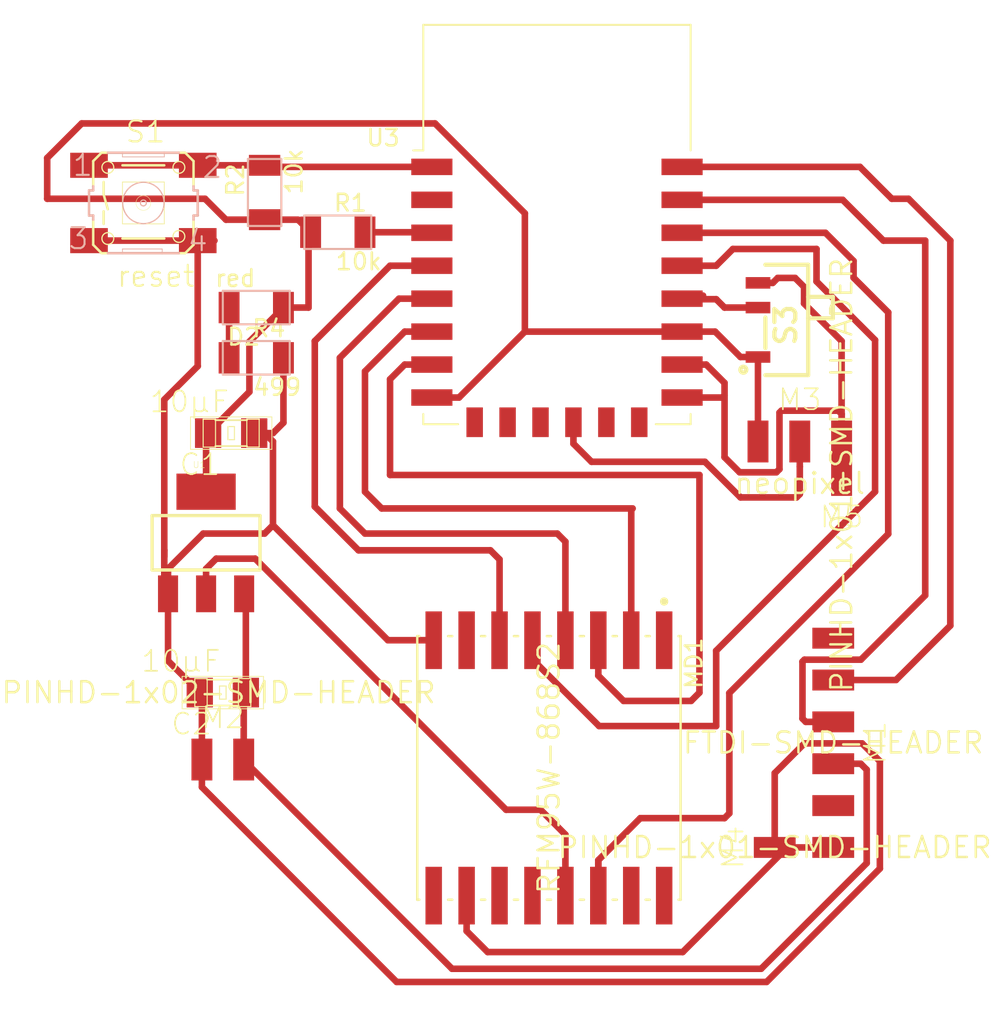
<source format=kicad_pcb>
(kicad_pcb (version 20171130) (host pcbnew "(5.1.9)-1")

  (general
    (thickness 1.6)
    (drawings 4)
    (tracks 205)
    (zones 0)
    (modules 16)
    (nets 31)
  )

  (page A4)
  (layers
    (0 F.Cu signal)
    (31 B.Cu signal hide)
    (32 B.Adhes user hide)
    (33 F.Adhes user hide)
    (34 B.Paste user)
    (35 F.Paste user hide)
    (36 B.SilkS user hide)
    (37 F.SilkS user)
    (38 B.Mask user)
    (39 F.Mask user)
    (40 Dwgs.User user)
    (41 Cmts.User user)
    (42 Eco1.User user)
    (43 Eco2.User user)
    (44 Edge.Cuts user)
    (45 Margin user)
    (46 B.CrtYd user)
    (47 F.CrtYd user)
    (48 B.Fab user)
    (49 F.Fab user)
  )

  (setup
    (last_trace_width 0.4)
    (trace_clearance 0.4)
    (zone_clearance 0.508)
    (zone_45_only no)
    (trace_min 0.4)
    (via_size 0.8)
    (via_drill 0.4)
    (via_min_size 0.4)
    (via_min_drill 0.3)
    (uvia_size 0.3)
    (uvia_drill 0.1)
    (uvias_allowed no)
    (uvia_min_size 0.2)
    (uvia_min_drill 0.1)
    (edge_width 0.05)
    (segment_width 0.2)
    (pcb_text_width 0.3)
    (pcb_text_size 1.5 1.5)
    (mod_edge_width 0.12)
    (mod_text_size 1 1)
    (mod_text_width 0.15)
    (pad_size 1.524 1.524)
    (pad_drill 0.762)
    (pad_to_mask_clearance 0)
    (aux_axis_origin 0 0)
    (visible_elements 7FFFFFFF)
    (pcbplotparams
      (layerselection 0x010fc_ffffffff)
      (usegerberextensions false)
      (usegerberattributes true)
      (usegerberadvancedattributes true)
      (creategerberjobfile true)
      (excludeedgelayer true)
      (linewidth 0.400000)
      (plotframeref false)
      (viasonmask false)
      (mode 1)
      (useauxorigin false)
      (hpglpennumber 1)
      (hpglpenspeed 20)
      (hpglpendiameter 15.000000)
      (psnegative false)
      (psa4output false)
      (plotreference true)
      (plotvalue true)
      (plotinvisibletext false)
      (padsonsilk false)
      (subtractmaskfromsilk false)
      (outputformat 1)
      (mirror false)
      (drillshape 1)
      (scaleselection 1)
      (outputdirectory ""))
  )

  (net 0 "")
  (net 1 "Net-(U3-Pad11)")
  (net 2 "Net-(U3-Pad10)")
  (net 3 "Net-(U3-Pad9)")
  (net 4 3.3V)
  (net 5 gnd)
  (net 6 5V)
  (net 7 "Net-(D2-Pad2)")
  (net 8 "Net-(M1-Pad6)")
  (net 9 TX-gp1)
  (net 10 RX-gp3)
  (net 11 "Net-(M1-Pad2)")
  (net 12 "Net-(R1-Pad2)")
  (net 13 reset)
  (net 14 gp0)
  (net 15 nss)
  (net 16 dio0)
  (net 17 sck)
  (net 18 mosi)
  (net 19 miso)
  (net 20 rst)
  (net 21 "Net-(MD1-Pad16)")
  (net 22 "Net-(MD1-Pad15)")
  (net 23 "Net-(MD1-Pad12)")
  (net 24 "Net-(MD1-Pad11)")
  (net 25 ant)
  (net 26 "Net-(MD1-Pad7)")
  (net 27 "Net-(U3-Pad2)")
  (net 28 "Net-(U3-Pad14)")
  (net 29 "Net-(U3-Pad13)")
  (net 30 gp10)

  (net_class Default "This is the default net class."
    (clearance 0.4)
    (trace_width 0.4)
    (via_dia 0.8)
    (via_drill 0.4)
    (uvia_dia 0.3)
    (uvia_drill 0.1)
    (add_net 3.3V)
    (add_net 5V)
    (add_net "Net-(D2-Pad2)")
    (add_net "Net-(M1-Pad2)")
    (add_net "Net-(M1-Pad6)")
    (add_net "Net-(MD1-Pad11)")
    (add_net "Net-(MD1-Pad12)")
    (add_net "Net-(MD1-Pad15)")
    (add_net "Net-(MD1-Pad16)")
    (add_net "Net-(MD1-Pad7)")
    (add_net "Net-(R1-Pad2)")
    (add_net "Net-(U3-Pad10)")
    (add_net "Net-(U3-Pad11)")
    (add_net "Net-(U3-Pad13)")
    (add_net "Net-(U3-Pad14)")
    (add_net "Net-(U3-Pad2)")
    (add_net "Net-(U3-Pad9)")
    (add_net RX-gp3)
    (add_net TX-gp1)
    (add_net ant)
    (add_net dio0)
    (add_net gnd)
    (add_net gp0)
    (add_net gp10)
    (add_net miso)
    (add_net mosi)
    (add_net nss)
    (add_net reset)
    (add_net rst)
    (add_net sck)
  )

  (module SamacSys_Parts:SSSS810701 (layer F.Cu) (tedit 0) (tstamp 6075005A)
    (at 107.696 76.2 90)
    (descr SSSS810701)
    (tags Switch)
    (path /6079CAFD)
    (fp_text reference S3 (at -1.05567 1.691 90) (layer F.SilkS)
      (effects (font (size 1.27 1.27) (thickness 0.254)))
    )
    (fp_text value slideswitch (at -1.05567 1.691 90) (layer F.SilkS) hide
      (effects (font (size 1.27 1.27) (thickness 0.254)))
    )
    (fp_circle (center -3.77033 -0.88867) (end -3.77033 -0.83467) (layer F.SilkS) (width 0.254))
    (fp_line (start -2.45367 0.45) (end -0.60467 0.45) (layer F.SilkS) (width 0.254))
    (fp_line (start 0.65 4.55) (end 0.65 3.05) (layer F.SilkS) (width 0.254))
    (fp_line (start -0.65 4.55) (end 0.65 4.55) (layer F.SilkS) (width 0.254))
    (fp_line (start -0.65 3.05) (end -0.65 4.55) (layer F.SilkS) (width 0.254))
    (fp_line (start -4.1 3.05) (end -4.1 0.45) (layer F.SilkS) (width 0.254))
    (fp_line (start 2.6 3.05) (end -4.1 3.05) (layer F.SilkS) (width 0.254))
    (fp_line (start 2.6 0.45) (end 2.6 3.05) (layer F.SilkS) (width 0.254))
    (fp_line (start 0.65 4.55) (end 0.65 3.05) (layer F.Fab) (width 0.254))
    (fp_line (start -0.65 4.55) (end 0.65 4.55) (layer F.Fab) (width 0.254))
    (fp_line (start -0.65 3.05) (end -0.65 4.55) (layer F.Fab) (width 0.254))
    (fp_line (start -4.1 3.05) (end -4.1 0.45) (layer F.Fab) (width 0.254))
    (fp_line (start 2.6 3.05) (end -4.1 3.05) (layer F.Fab) (width 0.254))
    (fp_line (start 2.6 0.45) (end 2.6 3.05) (layer F.Fab) (width 0.254))
    (fp_line (start -4.1 0.45) (end 2.6 0.45) (layer F.Fab) (width 0.254))
    (fp_text user %R (at -1.05567 1.691 90) (layer F.Fab)
      (effects (font (size 1.27 1.27) (thickness 0.254)))
    )
    (pad 5 np_thru_hole circle (at 0.75 1.75 90) (size 0.9 0) (drill 0.9) (layers *.Cu *.Mask))
    (pad 4 np_thru_hole circle (at -2.25 1.75 90) (size 0.9 0) (drill 0.9) (layers *.Cu *.Mask))
    (pad 3 smd rect (at 1.5 0 90) (size 0.7 1.5) (layers F.Cu F.Paste F.Mask)
      (net 5 gnd))
    (pad 2 smd rect (at 0 0 90) (size 0.7 1.5) (layers F.Cu F.Paste F.Mask)
      (net 14 gp0))
    (pad 1 smd rect (at -3 0 90) (size 0.7 1.5) (layers F.Cu F.Paste F.Mask)
      (net 4 3.3V))
  )

  (module fab:fab-1X01SMD (layer F.Cu) (tedit 5E6F664C) (tstamp 60AB72EC)
    (at 112.776 86.36 90)
    (path /60B0B5FD)
    (attr smd)
    (fp_text reference M5 (at -2.54 0) (layer F.SilkS)
      (effects (font (size 1.27 1.27) (thickness 0.1016)))
    )
    (fp_text value PINHD-1x01-SMD-HEADER (at 0 0 90) (layer F.SilkS)
      (effects (font (size 1.27 1.27) (thickness 0.15)))
    )
    (pad 1 smd rect (at 0 0 90) (size 2.54 1.27) (layers F.Cu F.Paste F.Mask)
      (net 5 gnd))
  )

  (module fab:fab-1X01SMD (layer F.Cu) (tedit 5E6F664C) (tstamp 60AB72E7)
    (at 108.712 108.966)
    (path /60B0DDE5)
    (attr smd)
    (fp_text reference M4 (at -2.54 0 90) (layer F.SilkS)
      (effects (font (size 1.27 1.27) (thickness 0.1016)))
    )
    (fp_text value PINHD-1x01-SMD-HEADER (at 0 0) (layer F.SilkS)
      (effects (font (size 1.27 1.27) (thickness 0.15)))
    )
    (pad 1 smd rect (at 0 0) (size 2.54 1.27) (layers F.Cu F.Paste F.Mask)
      (net 5 gnd))
  )

  (module fab:fab-1X03SMD (layer F.Cu) (tedit 5E6F668D) (tstamp 60AB68DB)
    (at 110.236 84.328 270)
    (path /60B02B31)
    (attr smd)
    (fp_text reference M3 (at -2.54 0) (layer F.SilkS)
      (effects (font (size 1.27 1.27) (thickness 0.1016)))
    )
    (fp_text value neopixel (at 2.54 0 180) (layer F.SilkS)
      (effects (font (size 1.27 1.27) (thickness 0.15)))
    )
    (pad 3 smd rect (at 0 2.54 270) (size 2.54 1.27) (layers F.Cu F.Paste F.Mask)
      (net 4 3.3V))
    (pad 2 smd rect (at 0 0 270) (size 2.54 1.27) (layers F.Cu F.Paste F.Mask)
      (net 30 gp10))
    (pad 1 smd rect (at 0 -2.54 270) (size 2.54 1.27) (layers F.Cu F.Paste F.Mask)
      (net 5 gnd))
  )

  (module eec:RF_Solutions-RFM95W-868S2-MFG (layer F.Cu) (tedit 5EF22161) (tstamp 60A9C0E0)
    (at 94.996 104.14 270)
    (path /60A97596)
    (fp_text reference MD1 (at -8 -8.8 90) (layer F.SilkS)
      (effects (font (size 1 1) (thickness 0.15)) (justify right))
    )
    (fp_text value RFM95W-868S2 (at 0 0 90) (layer F.SilkS)
      (effects (font (size 1.27 1.27) (thickness 0.15)))
    )
    (fp_line (start -8 8) (end -8 -8) (layer F.Fab) (width 0.15))
    (fp_line (start -8 -8) (end 8 -8) (layer F.Fab) (width 0.15))
    (fp_line (start 8 -8) (end 8 8) (layer F.Fab) (width 0.15))
    (fp_line (start 8 8) (end -8 8) (layer F.Fab) (width 0.15))
    (fp_line (start 9.525 -8.025) (end 9.525 -8.025) (layer F.CrtYd) (width 0.15))
    (fp_line (start 9.525 -8.025) (end -9.525 -8.025) (layer F.CrtYd) (width 0.15))
    (fp_line (start -9.525 -8.025) (end -9.525 8.025) (layer F.CrtYd) (width 0.15))
    (fp_line (start -9.525 8.025) (end 9.525 8.025) (layer F.CrtYd) (width 0.15))
    (fp_line (start 9.525 8.025) (end 9.525 -8.025) (layer F.CrtYd) (width 0.15))
    (fp_line (start -8 -8) (end 8 -8) (layer F.SilkS) (width 0.15))
    (fp_line (start 8 8) (end 8 7.875) (layer F.SilkS) (width 0.15))
    (fp_line (start 8 6.125) (end 8 5.875) (layer F.SilkS) (width 0.15))
    (fp_line (start 8 4.125) (end 8 3.875) (layer F.SilkS) (width 0.15))
    (fp_line (start 8 2.125) (end 8 1.875) (layer F.SilkS) (width 0.15))
    (fp_line (start 8 0.125) (end 8 -0.125) (layer F.SilkS) (width 0.15))
    (fp_line (start 8 -1.875) (end 8 -2.125) (layer F.SilkS) (width 0.15))
    (fp_line (start 8 -3.875) (end 8 -4.125) (layer F.SilkS) (width 0.15))
    (fp_line (start 8 -5.875) (end 8 -6.125) (layer F.SilkS) (width 0.15))
    (fp_line (start 8 -7.875) (end 8 -8) (layer F.SilkS) (width 0.15))
    (fp_line (start -8 8) (end 8 8) (layer F.SilkS) (width 0.15))
    (fp_line (start -8 8) (end -8 7.875) (layer F.SilkS) (width 0.15))
    (fp_line (start -8 6.125) (end -8 5.875) (layer F.SilkS) (width 0.15))
    (fp_line (start -8 4.125) (end -8 3.875) (layer F.SilkS) (width 0.15))
    (fp_line (start -8 2.125) (end -8 1.875) (layer F.SilkS) (width 0.15))
    (fp_line (start -8 0.125) (end -8 -0.125) (layer F.SilkS) (width 0.15))
    (fp_line (start -8 -1.875) (end -8 -2.125) (layer F.SilkS) (width 0.15))
    (fp_line (start -8 -3.875) (end -8 -4.125) (layer F.SilkS) (width 0.15))
    (fp_line (start -8 -5.875) (end -8 -6.125) (layer F.SilkS) (width 0.15))
    (fp_line (start -8 -7.875) (end -8 -8) (layer F.SilkS) (width 0.15))
    (fp_circle (center -10.1 -7) (end -9.975 -7) (layer F.SilkS) (width 0.25))
    (pad 16 smd rect (at 7.75 -7 270) (size 3.5 1) (layers F.Cu F.Paste F.Mask)
      (net 21 "Net-(MD1-Pad16)"))
    (pad 15 smd rect (at 7.75 -5 270) (size 3.5 1) (layers F.Cu F.Paste F.Mask)
      (net 22 "Net-(MD1-Pad15)"))
    (pad 14 smd rect (at 7.75 -3 270) (size 3.5 1) (layers F.Cu F.Paste F.Mask)
      (net 16 dio0))
    (pad 13 smd rect (at 7.75 -1 270) (size 3.5 1) (layers F.Cu F.Paste F.Mask)
      (net 4 3.3V))
    (pad 12 smd rect (at 7.75 1 270) (size 3.5 1) (layers F.Cu F.Paste F.Mask)
      (net 23 "Net-(MD1-Pad12)"))
    (pad 11 smd rect (at 7.75 3 270) (size 3.5 1) (layers F.Cu F.Paste F.Mask)
      (net 24 "Net-(MD1-Pad11)"))
    (pad 10 smd rect (at 7.75 5 270) (size 3.5 1) (layers F.Cu F.Paste F.Mask)
      (net 5 gnd))
    (pad 9 smd rect (at 7.75 7 270) (size 3.5 1) (layers F.Cu F.Paste F.Mask)
      (net 25 ant))
    (pad 8 smd rect (at -7.75 7 270) (size 3.5 1) (layers F.Cu F.Paste F.Mask)
      (net 5 gnd))
    (pad 7 smd rect (at -7.75 5 270) (size 3.5 1) (layers F.Cu F.Paste F.Mask)
      (net 26 "Net-(MD1-Pad7)"))
    (pad 6 smd rect (at -7.75 3 270) (size 3.5 1) (layers F.Cu F.Paste F.Mask)
      (net 20 rst))
    (pad 5 smd rect (at -7.75 1 270) (size 3.5 1) (layers F.Cu F.Paste F.Mask)
      (net 15 nss))
    (pad 4 smd rect (at -7.75 -1 270) (size 3.5 1) (layers F.Cu F.Paste F.Mask)
      (net 17 sck))
    (pad 3 smd rect (at -7.75 -3 270) (size 3.5 1) (layers F.Cu F.Paste F.Mask)
      (net 18 mosi))
    (pad 2 smd rect (at -7.75 -5 270) (size 3.5 1) (layers F.Cu F.Paste F.Mask)
      (net 19 miso))
    (pad 1 smd rect (at -7.75 -7 270) (size 3.5 1) (layers F.Cu F.Paste F.Mask)
      (net 5 gnd))
    (model eec.models/RF_Solutions_-_RFM95W-868S2.step
      (at (xyz 0 0 0))
      (scale (xyz 1 1 1))
      (rotate (xyz 0 0 0))
    )
  )

  (module fab:fab-1X02SMD (layer F.Cu) (tedit 5E6F6664) (tstamp 60A9B6E1)
    (at 75.184 103.632 270)
    (path /60AAD27C)
    (attr smd)
    (fp_text reference M2 (at -2.54 0) (layer F.SilkS)
      (effects (font (size 1.27 1.27) (thickness 0.1016)))
    )
    (fp_text value PINHD-1x02-SMD-HEADER (at -4.064 0.254) (layer F.SilkS)
      (effects (font (size 1.27 1.27) (thickness 0.15)))
    )
    (pad 2 smd rect (at 0 1.27 270) (size 2.54 1.27) (layers F.Cu F.Paste F.Mask)
      (net 5 gnd))
    (pad 1 smd rect (at 0 -1.27 270) (size 2.54 1.27) (layers F.Cu F.Paste F.Mask)
      (net 6 5V))
  )

  (module fab:fab-R1206FAB (layer F.Cu) (tedit 200000) (tstamp 606E22F7)
    (at 77.216 79.248)
    (path /6046EA3E)
    (attr smd)
    (fp_text reference R4 (at 0.762 -1.778) (layer F.SilkS)
      (effects (font (size 1.016 1.016) (thickness 0.1524)))
    )
    (fp_text value 499 (at 1.27 1.778) (layer F.SilkS)
      (effects (font (size 1.016 1.016) (thickness 0.1524)))
    )
    (fp_line (start -2.032 -1.016) (end 2.032 -1.016) (layer B.SilkS) (width 0.127))
    (fp_line (start 2.032 -1.016) (end 2.032 1.016) (layer B.SilkS) (width 0.127))
    (fp_line (start 2.032 1.016) (end -2.032 1.016) (layer B.SilkS) (width 0.127))
    (fp_line (start -2.032 1.016) (end -2.032 -1.016) (layer B.SilkS) (width 0.127))
    (pad 2 smd rect (at 1.651 0) (size 1.27 1.905) (layers F.Cu F.Paste F.Mask)
      (net 5 gnd))
    (pad 1 smd rect (at -1.651 0) (size 1.27 1.905) (layers F.Cu F.Paste F.Mask)
      (net 7 "Net-(D2-Pad2)"))
  )

  (module fab:fab-R1206FAB (layer F.Cu) (tedit 200000) (tstamp 606E22D9)
    (at 82.169 71.628)
    (path /607032A0)
    (attr smd)
    (fp_text reference R1 (at 0.762 -1.778) (layer F.SilkS)
      (effects (font (size 1.016 1.016) (thickness 0.1524)))
    )
    (fp_text value 10k (at 1.27 1.778) (layer F.SilkS)
      (effects (font (size 1.016 1.016) (thickness 0.1524)))
    )
    (fp_line (start -2.032 -1.016) (end 2.032 -1.016) (layer B.SilkS) (width 0.127))
    (fp_line (start 2.032 -1.016) (end 2.032 1.016) (layer B.SilkS) (width 0.127))
    (fp_line (start 2.032 1.016) (end -2.032 1.016) (layer B.SilkS) (width 0.127))
    (fp_line (start -2.032 1.016) (end -2.032 -1.016) (layer B.SilkS) (width 0.127))
    (pad 2 smd rect (at 1.651 0) (size 1.27 1.905) (layers F.Cu F.Paste F.Mask)
      (net 12 "Net-(R1-Pad2)"))
    (pad 1 smd rect (at -1.651 0) (size 1.27 1.905) (layers F.Cu F.Paste F.Mask)
      (net 4 3.3V))
  )

  (module fab:fab-LED1206FAB (layer F.Cu) (tedit 200000) (tstamp 606E22B4)
    (at 77.216 76.2 180)
    (descr "LED1206 FAB STYLE (SMALLER PADS TO ALLOW TRACE BETWEEN)")
    (tags "LED1206 FAB STYLE (SMALLER PADS TO ALLOW TRACE BETWEEN)")
    (path /6046D41C)
    (attr smd)
    (fp_text reference D2 (at 0.762 -1.778) (layer F.SilkS)
      (effects (font (size 1.016 1.016) (thickness 0.1524)))
    )
    (fp_text value red (at 1.27 1.778) (layer F.SilkS)
      (effects (font (size 1.016 1.016) (thickness 0.1524)))
    )
    (fp_line (start -2.032 -1.016) (end 2.032 -1.016) (layer B.SilkS) (width 0.127))
    (fp_line (start 2.032 -1.016) (end 2.032 1.016) (layer B.SilkS) (width 0.127))
    (fp_line (start 2.032 1.016) (end -2.032 1.016) (layer B.SilkS) (width 0.127))
    (fp_line (start -2.032 1.016) (end -2.032 -1.016) (layer B.SilkS) (width 0.127))
    (pad 2 smd rect (at 1.651 0 180) (size 1.27 1.905) (layers F.Cu F.Paste F.Mask)
      (net 7 "Net-(D2-Pad2)"))
    (pad 1 smd rect (at -1.651 0 180) (size 1.27 1.905) (layers F.Cu F.Paste F.Mask)
      (net 4 3.3V))
  )

  (module fab:fab-6MM_SWITCH (layer F.Cu) (tedit 200000) (tstamp 606E233F)
    (at 70.358 69.85)
    (descr "OMRON SWITCH")
    (tags "OMRON SWITCH")
    (path /604624CF)
    (attr smd)
    (fp_text reference S1 (at 0.127 -4.318) (layer F.SilkS)
      (effects (font (size 1.27 1.27) (thickness 0.127)))
    )
    (fp_text value reset (at 0.762 4.445) (layer F.SilkS)
      (effects (font (size 1.27 1.27) (thickness 0.127)))
    )
    (fp_line (start 3.302 0.762) (end 3.048 0.762) (layer B.SilkS) (width 0.1524))
    (fp_line (start 3.302 0.762) (end 3.302 -0.762) (layer B.SilkS) (width 0.1524))
    (fp_line (start 3.048 -0.762) (end 3.302 -0.762) (layer B.SilkS) (width 0.1524))
    (fp_line (start 3.048 -1.016) (end 3.048 -2.54) (layer F.SilkS) (width 0.1524))
    (fp_line (start -3.302 -0.762) (end -3.048 -0.762) (layer B.SilkS) (width 0.1524))
    (fp_line (start -3.302 -0.762) (end -3.302 0.762) (layer B.SilkS) (width 0.1524))
    (fp_line (start -3.048 0.762) (end -3.302 0.762) (layer B.SilkS) (width 0.1524))
    (fp_line (start 3.048 -2.54) (end 2.54 -3.048) (layer F.SilkS) (width 0.1524))
    (fp_line (start 2.54 3.048) (end 3.048 2.54) (layer F.SilkS) (width 0.1524))
    (fp_line (start 3.048 2.54) (end 3.048 1.016) (layer F.SilkS) (width 0.1524))
    (fp_line (start -2.54 -3.048) (end -3.048 -2.54) (layer F.SilkS) (width 0.1524))
    (fp_line (start -3.048 -2.54) (end -3.048 -1.016) (layer F.SilkS) (width 0.1524))
    (fp_line (start -2.54 3.048) (end -3.048 2.54) (layer F.SilkS) (width 0.1524))
    (fp_line (start -3.048 2.54) (end -3.048 1.016) (layer F.SilkS) (width 0.1524))
    (fp_line (start -1.27 -1.27) (end -1.27 1.27) (layer F.SilkS) (width 0.0508))
    (fp_line (start 1.27 1.27) (end -1.27 1.27) (layer F.SilkS) (width 0.0508))
    (fp_line (start 1.27 1.27) (end 1.27 -1.27) (layer F.SilkS) (width 0.0508))
    (fp_line (start -1.27 -1.27) (end 1.27 -1.27) (layer F.SilkS) (width 0.0508))
    (fp_line (start -1.27 -3.048) (end -1.27 -2.794) (layer B.SilkS) (width 0.0508))
    (fp_line (start 1.27 -2.794) (end -1.27 -2.794) (layer B.SilkS) (width 0.0508))
    (fp_line (start 1.27 -2.794) (end 1.27 -3.048) (layer B.SilkS) (width 0.0508))
    (fp_line (start 1.143 2.794) (end -1.27 2.794) (layer B.SilkS) (width 0.0508))
    (fp_line (start 1.143 2.794) (end 1.143 3.048) (layer B.SilkS) (width 0.0508))
    (fp_line (start -1.27 2.794) (end -1.27 3.048) (layer B.SilkS) (width 0.0508))
    (fp_line (start 2.54 3.048) (end 2.159 3.048) (layer F.SilkS) (width 0.1524))
    (fp_line (start -2.54 3.048) (end -2.159 3.048) (layer F.SilkS) (width 0.1524))
    (fp_line (start -2.159 3.048) (end -1.27 3.048) (layer B.SilkS) (width 0.1524))
    (fp_line (start -2.54 -3.048) (end -2.159 -3.048) (layer F.SilkS) (width 0.1524))
    (fp_line (start 2.54 -3.048) (end 2.159 -3.048) (layer F.SilkS) (width 0.1524))
    (fp_line (start 2.159 -3.048) (end 1.27 -3.048) (layer B.SilkS) (width 0.1524))
    (fp_line (start 1.27 -3.048) (end -1.27 -3.048) (layer B.SilkS) (width 0.1524))
    (fp_line (start -1.27 -3.048) (end -2.159 -3.048) (layer B.SilkS) (width 0.1524))
    (fp_line (start -1.27 3.048) (end 1.143 3.048) (layer B.SilkS) (width 0.1524))
    (fp_line (start 1.143 3.048) (end 2.159 3.048) (layer B.SilkS) (width 0.1524))
    (fp_line (start 3.048 0.762) (end 3.048 1.016) (layer B.SilkS) (width 0.1524))
    (fp_line (start 3.048 -0.762) (end 3.048 -1.016) (layer B.SilkS) (width 0.1524))
    (fp_line (start -3.048 0.762) (end -3.048 1.016) (layer B.SilkS) (width 0.1524))
    (fp_line (start -3.048 -0.762) (end -3.048 -1.016) (layer B.SilkS) (width 0.1524))
    (fp_line (start -1.27 2.159) (end 1.27 2.159) (layer F.SilkS) (width 0.1524))
    (fp_line (start 1.27 -2.286) (end -1.27 -2.286) (layer F.SilkS) (width 0.1524))
    (fp_line (start -2.413 -1.27) (end -2.413 -0.508) (layer F.SilkS) (width 0.1524))
    (fp_line (start -2.413 0.508) (end -2.413 1.27) (layer F.SilkS) (width 0.1524))
    (fp_line (start -2.413 -0.508) (end -2.159 0.381) (layer F.SilkS) (width 0.1524))
    (fp_circle (center 0 0) (end -0.889 0.889) (layer B.SilkS) (width 0.0762))
    (fp_circle (center -2.159 2.159) (end -2.413 2.413) (layer F.SilkS) (width 0.0762))
    (fp_circle (center 2.159 2.032) (end 2.413 2.286) (layer F.SilkS) (width 0.0762))
    (fp_circle (center 2.159 -2.159) (end 2.413 -2.413) (layer F.SilkS) (width 0.0762))
    (fp_circle (center -2.159 -2.159) (end -2.413 -2.413) (layer F.SilkS) (width 0.0762))
    (fp_circle (center 0 0) (end -0.3175 0.3175) (layer F.SilkS) (width 0.0254))
    (fp_circle (center 0 0) (end -0.127 0.127) (layer B.SilkS) (width 0.0762))
    (fp_text user 4 (at 3.302 2.286) (layer B.SilkS)
      (effects (font (size 1.27 1.27) (thickness 0.127)))
    )
    (fp_text user 3 (at -3.937 2.159) (layer B.SilkS)
      (effects (font (size 1.27 1.27) (thickness 0.127)))
    )
    (fp_text user 2 (at 4.191 -2.159) (layer B.SilkS)
      (effects (font (size 1.27 1.27) (thickness 0.127)))
    )
    (fp_text user 1 (at -3.683 -2.286) (layer B.SilkS)
      (effects (font (size 1.27 1.27) (thickness 0.127)))
    )
    (pad 4 smd rect (at 3.302 2.286) (size 2.286 1.524) (layers F.Cu F.Paste F.Mask)
      (net 5 gnd))
    (pad 3 smd rect (at -3.302 2.286) (size 2.286 1.524) (layers F.Cu F.Paste F.Mask)
      (net 5 gnd))
    (pad 2 smd rect (at 3.302 -2.286) (size 2.286 1.524) (layers F.Cu F.Paste F.Mask)
      (net 13 reset))
    (pad 1 smd rect (at -3.302 -2.286) (size 2.286 1.524) (layers F.Cu F.Paste F.Mask)
      (net 13 reset))
  )

  (module fab:fab-C1206 (layer F.Cu) (tedit 200000) (tstamp 606E22A0)
    (at 75.184 99.568 180)
    (descr CAPACITOR)
    (tags CAPACITOR)
    (path /60467AFB)
    (attr smd)
    (fp_text reference C2 (at 1.905 -1.905) (layer F.SilkS)
      (effects (font (size 1.27 1.27) (thickness 0.1016)))
    )
    (fp_text value 10µF (at 2.54 1.905) (layer F.SilkS)
      (effects (font (size 1.27 1.27) (thickness 0.1016)))
    )
    (fp_line (start -1.7018 0.8509) (end -0.94996 0.8509) (layer F.SilkS) (width 0.06604))
    (fp_line (start -0.94996 0.8509) (end -0.94996 -0.84836) (layer F.SilkS) (width 0.06604))
    (fp_line (start -1.7018 -0.84836) (end -0.94996 -0.84836) (layer F.SilkS) (width 0.06604))
    (fp_line (start -1.7018 0.8509) (end -1.7018 -0.84836) (layer F.SilkS) (width 0.06604))
    (fp_line (start 0.94996 0.84836) (end 1.7018 0.84836) (layer F.SilkS) (width 0.06604))
    (fp_line (start 1.7018 0.84836) (end 1.7018 -0.8509) (layer F.SilkS) (width 0.06604))
    (fp_line (start 0.94996 -0.8509) (end 1.7018 -0.8509) (layer F.SilkS) (width 0.06604))
    (fp_line (start 0.94996 0.84836) (end 0.94996 -0.8509) (layer F.SilkS) (width 0.06604))
    (fp_line (start -0.19812 0.39878) (end 0.19812 0.39878) (layer F.SilkS) (width 0.06604))
    (fp_line (start 0.19812 0.39878) (end 0.19812 -0.39878) (layer F.SilkS) (width 0.06604))
    (fp_line (start -0.19812 -0.39878) (end 0.19812 -0.39878) (layer F.SilkS) (width 0.06604))
    (fp_line (start -0.19812 0.39878) (end -0.19812 -0.39878) (layer F.SilkS) (width 0.06604))
    (fp_line (start -2.47142 -0.98298) (end 2.47142 -0.98298) (layer F.SilkS) (width 0.0508))
    (fp_line (start 2.47142 0.98298) (end -2.47142 0.98298) (layer F.SilkS) (width 0.0508))
    (fp_line (start -2.47142 0.98298) (end -2.47142 -0.98298) (layer F.SilkS) (width 0.0508))
    (fp_line (start 2.47142 -0.98298) (end 2.47142 0.98298) (layer F.SilkS) (width 0.0508))
    (fp_line (start -0.96266 -0.78486) (end 0.96266 -0.78486) (layer F.SilkS) (width 0.1016))
    (fp_line (start -0.96266 0.78486) (end 0.96266 0.78486) (layer F.SilkS) (width 0.1016))
    (pad 2 smd rect (at 1.39954 0 180) (size 1.59766 1.79832) (layers F.Cu F.Paste F.Mask)
      (net 5 gnd))
    (pad 1 smd rect (at -1.39954 0 180) (size 1.59766 1.79832) (layers F.Cu F.Paste F.Mask)
      (net 6 5V))
  )

  (module fab:fab-SOT223 (layer F.Cu) (tedit 5E6F6C42) (tstamp 606E23A7)
    (at 74.168 90.475)
    (descr <b>SOT-223</b>)
    (path /60461F6F)
    (fp_text reference U1 (at -0.8255 -4.5085) (layer F.SilkS)
      (effects (font (size 0.38608 0.38608) (thickness 0.030886)) (justify left bottom))
    )
    (fp_text value "3.3V reg" (at -1.0795 0.1905) (layer F.Fab)
      (effects (font (size 0.38608 0.38608) (thickness 0.030886)) (justify left bottom))
    )
    (fp_line (start 3.2766 -1.651) (end 3.2766 1.651) (layer F.SilkS) (width 0.2032))
    (fp_line (start 3.2766 1.651) (end -3.2766 1.651) (layer F.SilkS) (width 0.2032))
    (fp_line (start -3.2766 1.651) (end -3.2766 -1.651) (layer F.SilkS) (width 0.2032))
    (fp_line (start -3.2766 -1.651) (end 3.2766 -1.651) (layer F.SilkS) (width 0.2032))
    (fp_poly (pts (xy -1.6002 -1.8034) (xy 1.6002 -1.8034) (xy 1.6002 -3.6576) (xy -1.6002 -3.6576)) (layer F.Fab) (width 0))
    (fp_poly (pts (xy -0.4318 3.6576) (xy 0.4318 3.6576) (xy 0.4318 1.8034) (xy -0.4318 1.8034)) (layer F.Fab) (width 0))
    (fp_poly (pts (xy -2.7432 3.6576) (xy -1.8796 3.6576) (xy -1.8796 1.8034) (xy -2.7432 1.8034)) (layer F.Fab) (width 0))
    (fp_poly (pts (xy 1.8796 3.6576) (xy 2.7432 3.6576) (xy 2.7432 1.8034) (xy 1.8796 1.8034)) (layer F.Fab) (width 0))
    (fp_poly (pts (xy -1.6002 -1.8034) (xy 1.6002 -1.8034) (xy 1.6002 -3.6576) (xy -1.6002 -3.6576)) (layer F.Fab) (width 0))
    (fp_poly (pts (xy -0.4318 3.6576) (xy 0.4318 3.6576) (xy 0.4318 1.8034) (xy -0.4318 1.8034)) (layer F.Fab) (width 0))
    (fp_poly (pts (xy -2.7432 3.6576) (xy -1.8796 3.6576) (xy -1.8796 1.8034) (xy -2.7432 1.8034)) (layer F.Fab) (width 0))
    (fp_poly (pts (xy 1.8796 3.6576) (xy 2.7432 3.6576) (xy 2.7432 1.8034) (xy 1.8796 1.8034)) (layer F.Fab) (width 0))
    (pad 2 smd rect (at 0 -3.099) (size 3.6 2.2) (layers F.Cu F.Paste F.Mask)
      (net 4 3.3V) (solder_mask_margin 0.1016))
    (pad 3 smd rect (at 2.3114 3.0988) (size 1.2192 2.2352) (layers F.Cu F.Paste F.Mask)
      (net 6 5V) (solder_mask_margin 0.1016))
    (pad 2 smd rect (at 0 3.0988) (size 1.2192 2.2352) (layers F.Cu F.Paste F.Mask)
      (net 4 3.3V) (solder_mask_margin 0.1016))
    (pad 1 smd rect (at -2.3114 3.0988) (size 1.2192 2.2352) (layers F.Cu F.Paste F.Mask)
      (net 5 gnd) (solder_mask_margin 0.1016))
  )

  (module fab:fab-C1206 (layer F.Cu) (tedit 200000) (tstamp 606E2288)
    (at 75.692 83.82 180)
    (descr CAPACITOR)
    (tags CAPACITOR)
    (path /60462EE4)
    (attr smd)
    (fp_text reference C1 (at 1.905 -1.905) (layer F.SilkS)
      (effects (font (size 1.27 1.27) (thickness 0.1016)))
    )
    (fp_text value 10µF (at 2.54 1.905) (layer F.SilkS)
      (effects (font (size 1.27 1.27) (thickness 0.1016)))
    )
    (fp_line (start -1.7018 0.8509) (end -0.94996 0.8509) (layer F.SilkS) (width 0.06604))
    (fp_line (start -0.94996 0.8509) (end -0.94996 -0.84836) (layer F.SilkS) (width 0.06604))
    (fp_line (start -1.7018 -0.84836) (end -0.94996 -0.84836) (layer F.SilkS) (width 0.06604))
    (fp_line (start -1.7018 0.8509) (end -1.7018 -0.84836) (layer F.SilkS) (width 0.06604))
    (fp_line (start 0.94996 0.84836) (end 1.7018 0.84836) (layer F.SilkS) (width 0.06604))
    (fp_line (start 1.7018 0.84836) (end 1.7018 -0.8509) (layer F.SilkS) (width 0.06604))
    (fp_line (start 0.94996 -0.8509) (end 1.7018 -0.8509) (layer F.SilkS) (width 0.06604))
    (fp_line (start 0.94996 0.84836) (end 0.94996 -0.8509) (layer F.SilkS) (width 0.06604))
    (fp_line (start -0.19812 0.39878) (end 0.19812 0.39878) (layer F.SilkS) (width 0.06604))
    (fp_line (start 0.19812 0.39878) (end 0.19812 -0.39878) (layer F.SilkS) (width 0.06604))
    (fp_line (start -0.19812 -0.39878) (end 0.19812 -0.39878) (layer F.SilkS) (width 0.06604))
    (fp_line (start -0.19812 0.39878) (end -0.19812 -0.39878) (layer F.SilkS) (width 0.06604))
    (fp_line (start -2.47142 -0.98298) (end 2.47142 -0.98298) (layer F.SilkS) (width 0.0508))
    (fp_line (start 2.47142 0.98298) (end -2.47142 0.98298) (layer F.SilkS) (width 0.0508))
    (fp_line (start -2.47142 0.98298) (end -2.47142 -0.98298) (layer F.SilkS) (width 0.0508))
    (fp_line (start 2.47142 -0.98298) (end 2.47142 0.98298) (layer F.SilkS) (width 0.0508))
    (fp_line (start -0.96266 -0.78486) (end 0.96266 -0.78486) (layer F.SilkS) (width 0.1016))
    (fp_line (start -0.96266 0.78486) (end 0.96266 0.78486) (layer F.SilkS) (width 0.1016))
    (pad 2 smd rect (at 1.39954 0 180) (size 1.59766 1.79832) (layers F.Cu F.Paste F.Mask)
      (net 4 3.3V))
    (pad 1 smd rect (at -1.39954 0 180) (size 1.59766 1.79832) (layers F.Cu F.Paste F.Mask)
      (net 5 gnd))
  )

  (module fab:fab-1X06SMD (layer F.Cu) (tedit 200000) (tstamp 606E22BE)
    (at 112.268 102.616 180)
    (path /604618BA)
    (attr smd)
    (fp_text reference M1 (at -2.54 0 90) (layer F.SilkS)
      (effects (font (size 1.27 1.27) (thickness 0.1016)))
    )
    (fp_text value FTDI-SMD-HEADER (at 0 0) (layer F.SilkS)
      (effects (font (size 1.27 1.27) (thickness 0.15)))
    )
    (pad 6 smd rect (at 0 6.35 180) (size 2.54 1.27) (layers F.Cu F.Paste F.Mask)
      (net 8 "Net-(M1-Pad6)"))
    (pad 5 smd rect (at 0 3.81 180) (size 2.54 1.27) (layers F.Cu F.Paste F.Mask)
      (net 9 TX-gp1))
    (pad 4 smd rect (at 0 1.27 180) (size 2.54 1.27) (layers F.Cu F.Paste F.Mask)
      (net 10 RX-gp3))
    (pad 3 smd rect (at 0 -1.27 180) (size 2.54 1.27) (layers F.Cu F.Paste F.Mask)
      (net 6 5V))
    (pad 2 smd rect (at 0 -3.81 180) (size 2.54 1.27) (layers F.Cu F.Paste F.Mask)
      (net 11 "Net-(M1-Pad2)"))
    (pad 1 smd rect (at 0 -6.35 180) (size 2.54 1.27) (layers F.Cu F.Paste F.Mask)
      (net 5 gnd))
  )

  (module fab:fab-R1206FAB (layer F.Cu) (tedit 200000) (tstamp 606E22E3)
    (at 77.724 69.215 90)
    (path /6046C2D8)
    (attr smd)
    (fp_text reference R2 (at 0.762 -1.778 90) (layer F.SilkS)
      (effects (font (size 1.016 1.016) (thickness 0.1524)))
    )
    (fp_text value 10k (at 1.27 1.778 90) (layer F.SilkS)
      (effects (font (size 1.016 1.016) (thickness 0.1524)))
    )
    (fp_line (start -2.032 -1.016) (end 2.032 -1.016) (layer B.SilkS) (width 0.127))
    (fp_line (start 2.032 -1.016) (end 2.032 1.016) (layer B.SilkS) (width 0.127))
    (fp_line (start 2.032 1.016) (end -2.032 1.016) (layer B.SilkS) (width 0.127))
    (fp_line (start -2.032 1.016) (end -2.032 -1.016) (layer B.SilkS) (width 0.127))
    (pad 2 smd rect (at 1.651 0 90) (size 1.27 1.905) (layers F.Cu F.Paste F.Mask)
      (net 13 reset))
    (pad 1 smd rect (at -1.651 0 90) (size 1.27 1.905) (layers F.Cu F.Paste F.Mask)
      (net 4 3.3V))
  )

  (module RF_Module:ESP-12E (layer F.Cu) (tedit 5A030172) (tstamp 606E0A48)
    (at 95.484 71.16)
    (descr "Wi-Fi Module, http://wiki.ai-thinker.com/_media/esp8266/docs/aithinker_esp_12f_datasheet_en.pdf")
    (tags "Wi-Fi Module")
    (path /606E236E)
    (attr smd)
    (fp_text reference U3 (at -10.56 -5.26) (layer F.SilkS)
      (effects (font (size 1 1) (thickness 0.15)))
    )
    (fp_text value ESP-12E (at -0.06 -12.78) (layer F.Fab)
      (effects (font (size 1 1) (thickness 0.15)))
    )
    (fp_line (start -8 -12) (end 8 -12) (layer F.Fab) (width 0.12))
    (fp_line (start 8 -12) (end 8 12) (layer F.Fab) (width 0.12))
    (fp_line (start 8 12) (end -8 12) (layer F.Fab) (width 0.12))
    (fp_line (start -8 12) (end -8 -3) (layer F.Fab) (width 0.12))
    (fp_line (start -8 -3) (end -7.5 -3.5) (layer F.Fab) (width 0.12))
    (fp_line (start -7.5 -3.5) (end -8 -4) (layer F.Fab) (width 0.12))
    (fp_line (start -8 -4) (end -8 -12) (layer F.Fab) (width 0.12))
    (fp_line (start -9.05 -12.2) (end 9.05 -12.2) (layer F.CrtYd) (width 0.05))
    (fp_line (start 9.05 -12.2) (end 9.05 13.1) (layer F.CrtYd) (width 0.05))
    (fp_line (start 9.05 13.1) (end -9.05 13.1) (layer F.CrtYd) (width 0.05))
    (fp_line (start -9.05 13.1) (end -9.05 -12.2) (layer F.CrtYd) (width 0.05))
    (fp_line (start -8.12 -12.12) (end 8.12 -12.12) (layer F.SilkS) (width 0.12))
    (fp_line (start 8.12 -12.12) (end 8.12 -4.5) (layer F.SilkS) (width 0.12))
    (fp_line (start 8.12 11.5) (end 8.12 12.12) (layer F.SilkS) (width 0.12))
    (fp_line (start 8.12 12.12) (end 6 12.12) (layer F.SilkS) (width 0.12))
    (fp_line (start -6 12.12) (end -8.12 12.12) (layer F.SilkS) (width 0.12))
    (fp_line (start -8.12 12.12) (end -8.12 11.5) (layer F.SilkS) (width 0.12))
    (fp_line (start -8.12 -4.5) (end -8.12 -12.12) (layer F.SilkS) (width 0.12))
    (fp_line (start -8.12 -4.5) (end -8.73 -4.5) (layer F.SilkS) (width 0.12))
    (fp_line (start -8.12 -12.12) (end 8.12 -12.12) (layer Dwgs.User) (width 0.12))
    (fp_line (start 8.12 -12.12) (end 8.12 -4.8) (layer Dwgs.User) (width 0.12))
    (fp_line (start 8.12 -4.8) (end -8.12 -4.8) (layer Dwgs.User) (width 0.12))
    (fp_line (start -8.12 -4.8) (end -8.12 -12.12) (layer Dwgs.User) (width 0.12))
    (fp_line (start -8.12 -9.12) (end -5.12 -12.12) (layer Dwgs.User) (width 0.12))
    (fp_line (start -8.12 -6.12) (end -2.12 -12.12) (layer Dwgs.User) (width 0.12))
    (fp_line (start -6.44 -4.8) (end 0.88 -12.12) (layer Dwgs.User) (width 0.12))
    (fp_line (start -3.44 -4.8) (end 3.88 -12.12) (layer Dwgs.User) (width 0.12))
    (fp_line (start -0.44 -4.8) (end 6.88 -12.12) (layer Dwgs.User) (width 0.12))
    (fp_line (start 2.56 -4.8) (end 8.12 -10.36) (layer Dwgs.User) (width 0.12))
    (fp_line (start 5.56 -4.8) (end 8.12 -7.36) (layer Dwgs.User) (width 0.12))
    (fp_text user %R (at 0.49 -0.8) (layer F.Fab)
      (effects (font (size 1 1) (thickness 0.15)))
    )
    (fp_text user "KEEP-OUT ZONE" (at 0.03 -9.55 180) (layer Cmts.User)
      (effects (font (size 1 1) (thickness 0.15)))
    )
    (fp_text user Antenna (at -0.06 -7 180) (layer Cmts.User)
      (effects (font (size 1 1) (thickness 0.15)))
    )
    (pad 22 smd rect (at 7.6 -3.5) (size 2.5 1) (layers F.Cu F.Paste F.Mask)
      (net 9 TX-gp1))
    (pad 21 smd rect (at 7.6 -1.5) (size 2.5 1) (layers F.Cu F.Paste F.Mask)
      (net 10 RX-gp3))
    (pad 20 smd rect (at 7.6 0.5) (size 2.5 1) (layers F.Cu F.Paste F.Mask)
      (net 16 dio0))
    (pad 19 smd rect (at 7.6 2.5) (size 2.5 1) (layers F.Cu F.Paste F.Mask)
      (net 15 nss))
    (pad 18 smd rect (at 7.6 4.5) (size 2.5 1) (layers F.Cu F.Paste F.Mask)
      (net 14 gp0))
    (pad 17 smd rect (at 7.6 6.5) (size 2.5 1) (layers F.Cu F.Paste F.Mask)
      (net 4 3.3V))
    (pad 16 smd rect (at 7.6 8.5) (size 2.5 1) (layers F.Cu F.Paste F.Mask)
      (net 5 gnd))
    (pad 15 smd rect (at 7.6 10.5) (size 2.5 1) (layers F.Cu F.Paste F.Mask)
      (net 5 gnd))
    (pad 14 smd rect (at 5 12) (size 1 1.8) (layers F.Cu F.Paste F.Mask)
      (net 28 "Net-(U3-Pad14)"))
    (pad 13 smd rect (at 3 12) (size 1 1.8) (layers F.Cu F.Paste F.Mask)
      (net 29 "Net-(U3-Pad13)"))
    (pad 12 smd rect (at 1 12) (size 1 1.8) (layers F.Cu F.Paste F.Mask)
      (net 30 gp10))
    (pad 11 smd rect (at -1 12) (size 1 1.8) (layers F.Cu F.Paste F.Mask)
      (net 1 "Net-(U3-Pad11)"))
    (pad 10 smd rect (at -3 12) (size 1 1.8) (layers F.Cu F.Paste F.Mask)
      (net 2 "Net-(U3-Pad10)"))
    (pad 9 smd rect (at -5 12) (size 1 1.8) (layers F.Cu F.Paste F.Mask)
      (net 3 "Net-(U3-Pad9)"))
    (pad 8 smd rect (at -7.6 10.5) (size 2.5 1) (layers F.Cu F.Paste F.Mask)
      (net 4 3.3V))
    (pad 7 smd rect (at -7.6 8.5) (size 2.5 1) (layers F.Cu F.Paste F.Mask)
      (net 18 mosi))
    (pad 6 smd rect (at -7.6 6.5) (size 2.5 1) (layers F.Cu F.Paste F.Mask)
      (net 19 miso))
    (pad 5 smd rect (at -7.6 4.5) (size 2.5 1) (layers F.Cu F.Paste F.Mask)
      (net 17 sck))
    (pad 4 smd rect (at -7.6 2.5) (size 2.5 1) (layers F.Cu F.Paste F.Mask)
      (net 20 rst))
    (pad 3 smd rect (at -7.6 0.5) (size 2.5 1) (layers F.Cu F.Paste F.Mask)
      (net 12 "Net-(R1-Pad2)"))
    (pad 2 smd rect (at -7.6 -1.5) (size 2.5 1) (layers F.Cu F.Paste F.Mask)
      (net 27 "Net-(U3-Pad2)"))
    (pad 1 smd rect (at -7.6 -3.5) (size 2.5 1) (layers F.Cu F.Paste F.Mask)
      (net 13 reset))
    (model ${KISYS3DMOD}/RF_Module.3dshapes/ESP-12E.wrl
      (at (xyz 0 0 0))
      (scale (xyz 1 1 1))
      (rotate (xyz 0 0 0))
    )
  )

  (gr_line (start 62.484 119.634) (end 62.992 63.5) (layer Dwgs.User) (width 0.15) (tstamp 60AB7789))
  (gr_line (start 121.666 119.634) (end 62.484 119.634) (layer Dwgs.User) (width 0.15))
  (gr_line (start 121.666 63.754) (end 121.666 119.634) (layer Dwgs.User) (width 0.15))
  (gr_line (start 62.992 63.5) (end 121.666 63.754) (layer Dwgs.User) (width 0.15))

  (segment (start 87.892 81.668) (end 87.884 81.66) (width 0.4) (layer F.Cu) (net 4))
  (segment (start 77.724 71.247) (end 77.343 70.866) (width 0.4) (layer F.Cu) (net 4))
  (segment (start 74.168 83.94446) (end 74.29246 83.82) (width 0.4) (layer F.Cu) (net 4))
  (segment (start 74.168 87.376) (end 74.168 83.94446) (width 0.4) (layer F.Cu) (net 4))
  (segment (start 103.084 77.66) (end 105.092 77.66) (width 0.4) (layer F.Cu) (net 4))
  (segment (start 106.632 79.2) (end 107.696 79.2) (width 0.4) (layer F.Cu) (net 4))
  (segment (start 105.092 77.66) (end 106.632 79.2) (width 0.4) (layer F.Cu) (net 4))
  (segment (start 93.534 77.66) (end 103.084 77.66) (width 0.4) (layer F.Cu) (net 4))
  (segment (start 89.534 81.66) (end 93.534 77.66) (width 0.4) (layer F.Cu) (net 4))
  (segment (start 87.884 81.66) (end 89.534 81.66) (width 0.4) (layer F.Cu) (net 4))
  (segment (start 79.756 70.866) (end 80.518 71.628) (width 0.4) (layer F.Cu) (net 4))
  (segment (start 77.724 70.866) (end 79.756 70.866) (width 0.4) (layer F.Cu) (net 4))
  (segment (start 80.391 71.755) (end 80.518 71.628) (width 0.4) (layer F.Cu) (net 4))
  (segment (start 80.391 76.2) (end 80.391 71.755) (width 0.4) (layer F.Cu) (net 4))
  (segment (start 76.800001 78.266999) (end 78.867 76.2) (width 0.4) (layer F.Cu) (net 4))
  (segment (start 76.800001 81.312459) (end 76.800001 78.266999) (width 0.4) (layer F.Cu) (net 4))
  (segment (start 74.29246 83.82) (end 76.800001 81.312459) (width 0.4) (layer F.Cu) (net 4))
  (segment (start 78.867 76.2) (end 80.391 76.2) (width 0.4) (layer F.Cu) (net 4))
  (segment (start 74.168 92.0562) (end 74.7842 91.44) (width 0.4) (layer F.Cu) (net 4))
  (segment (start 74.168 93.5738) (end 74.168 92.0562) (width 0.4) (layer F.Cu) (net 4))
  (segment (start 77.152802 91.44) (end 92.392802 106.68) (width 0.4) (layer F.Cu) (net 4))
  (segment (start 74.7842 91.44) (end 77.152802 91.44) (width 0.4) (layer F.Cu) (net 4))
  (segment (start 92.392802 106.68) (end 94.488 106.68) (width 0.4) (layer F.Cu) (net 4))
  (segment (start 95.996 108.188) (end 95.996 111.89) (width 0.4) (layer F.Cu) (net 4))
  (segment (start 94.488 106.68) (end 95.996 108.188) (width 0.4) (layer F.Cu) (net 4))
  (segment (start 75.375002 70.866) (end 77.724 70.866) (width 0.4) (layer F.Cu) (net 4))
  (segment (start 74.105002 69.596) (end 75.375002 70.866) (width 0.4) (layer F.Cu) (net 4))
  (segment (start 64.516 69.596) (end 74.105002 69.596) (width 0.4) (layer F.Cu) (net 4))
  (segment (start 66.610998 65.024) (end 64.516 67.118998) (width 0.4) (layer F.Cu) (net 4))
  (segment (start 88.078002 65.024) (end 66.610998 65.024) (width 0.4) (layer F.Cu) (net 4))
  (segment (start 93.534 70.479998) (end 88.078002 65.024) (width 0.4) (layer F.Cu) (net 4))
  (segment (start 64.516 67.118998) (end 64.516 69.596) (width 0.4) (layer F.Cu) (net 4))
  (segment (start 93.534 77.66) (end 93.534 70.479998) (width 0.4) (layer F.Cu) (net 4))
  (segment (start 107.696 84.328) (end 107.696 79.2) (width 0.4) (layer F.Cu) (net 4))
  (segment (start 103.124 81.7) (end 103.084 81.66) (width 0.4) (layer F.Cu) (net 5))
  (segment (start 71.83394 93.59646) (end 71.8566 93.5738) (width 0.4) (layer F.Cu) (net 5))
  (segment (start 103.084 81.66) (end 105.536 81.66) (width 0.4) (layer F.Cu) (net 5))
  (segment (start 105.536 81.66) (end 105.664 81.532) (width 0.4) (layer F.Cu) (net 5))
  (segment (start 105.664 81.532) (end 105.664 80.772) (width 0.4) (layer F.Cu) (net 5))
  (segment (start 104.552 79.66) (end 103.084 79.66) (width 0.4) (layer F.Cu) (net 5))
  (segment (start 105.664 80.772) (end 104.552 79.66) (width 0.4) (layer F.Cu) (net 5))
  (segment (start 67.056 72.136) (end 73.66 72.136) (width 0.4) (layer F.Cu) (net 5))
  (segment (start 73.66 72.136) (end 74.676 72.136) (width 0.4) (layer F.Cu) (net 5))
  (segment (start 73.914 99.69754) (end 73.78446 99.568) (width 0.4) (layer F.Cu) (net 5))
  (segment (start 73.914 103.632) (end 73.914 99.69754) (width 0.4) (layer F.Cu) (net 5))
  (segment (start 71.628 93.8024) (end 71.8566 93.5738) (width 0.4) (layer F.Cu) (net 5))
  (segment (start 73.66 72.136) (end 73.66 79.756) (width 0.4) (layer F.Cu) (net 5))
  (segment (start 73.66 79.756) (end 71.628 81.788) (width 0.4) (layer F.Cu) (net 5))
  (segment (start 71.628 93.3452) (end 71.8566 93.5738) (width 0.4) (layer F.Cu) (net 5))
  (segment (start 71.628 81.788) (end 71.628 90.932) (width 0.4) (layer F.Cu) (net 5))
  (segment (start 71.628 90.932) (end 71.628 93.3452) (width 0.4) (layer F.Cu) (net 5))
  (segment (start 71.628 90.932) (end 71.628 91.3132) (width 0.4) (layer F.Cu) (net 5))
  (segment (start 77.09154 83.82) (end 78.232 83.82) (width 0.4) (layer F.Cu) (net 5))
  (segment (start 78.867 83.185) (end 78.867 79.248) (width 0.4) (layer F.Cu) (net 5))
  (segment (start 78.232 83.82) (end 78.867 83.185) (width 0.4) (layer F.Cu) (net 5))
  (segment (start 71.8566 97.64014) (end 71.8566 93.5738) (width 0.4) (layer F.Cu) (net 5))
  (segment (start 73.78446 99.568) (end 71.8566 97.64014) (width 0.4) (layer F.Cu) (net 5))
  (segment (start 73.9968 89.916) (end 71.8566 92.0562) (width 0.4) (layer F.Cu) (net 5))
  (segment (start 77.724 89.916) (end 73.9968 89.916) (width 0.4) (layer F.Cu) (net 5))
  (segment (start 71.8566 92.0562) (end 71.8566 93.5738) (width 0.4) (layer F.Cu) (net 5))
  (segment (start 78.232 89.408) (end 77.724 89.916) (width 0.4) (layer F.Cu) (net 5))
  (segment (start 78.232 84.328) (end 78.232 89.408) (width 0.4) (layer F.Cu) (net 5))
  (segment (start 77.724 83.82) (end 78.232 84.328) (width 0.4) (layer F.Cu) (net 5))
  (segment (start 77.09154 83.82) (end 77.724 83.82) (width 0.4) (layer F.Cu) (net 5))
  (segment (start 85.214 96.39) (end 87.996 96.39) (width 0.4) (layer F.Cu) (net 5))
  (segment (start 78.232 89.408) (end 85.214 96.39) (width 0.4) (layer F.Cu) (net 5))
  (segment (start 109.950001 74.399999) (end 110.496001 74.945999) (width 0.4) (layer F.Cu) (net 5))
  (segment (start 108.896617 74.399999) (end 109.950001 74.399999) (width 0.4) (layer F.Cu) (net 5))
  (segment (start 108.596616 74.7) (end 108.896617 74.399999) (width 0.4) (layer F.Cu) (net 5))
  (segment (start 107.696 74.7) (end 108.596616 74.7) (width 0.4) (layer F.Cu) (net 5))
  (segment (start 103.212 81.788) (end 103.084 81.66) (width 0.4) (layer F.Cu) (net 5))
  (segment (start 112.776 85.852) (end 112.776 83.82) (width 0.4) (layer F.Cu) (net 5))
  (segment (start 112.776 82.658) (end 112.776 84.328) (width 0.4) (layer F.Cu) (net 5))
  (segment (start 112.575999 82.457999) (end 112.776 82.658) (width 0.4) (layer F.Cu) (net 5))
  (segment (start 109.120999 82.457999) (end 112.575999 82.457999) (width 0.4) (layer F.Cu) (net 5))
  (segment (start 109.000999 82.577999) (end 109.120999 82.457999) (width 0.4) (layer F.Cu) (net 5))
  (segment (start 109.000999 86.008003) (end 109.000999 82.577999) (width 0.4) (layer F.Cu) (net 5))
  (segment (start 108.811001 86.198001) (end 109.000999 86.008003) (width 0.4) (layer F.Cu) (net 5))
  (segment (start 106.580999 86.198001) (end 108.811001 86.198001) (width 0.4) (layer F.Cu) (net 5))
  (segment (start 105.664 85.281002) (end 106.580999 86.198001) (width 0.4) (layer F.Cu) (net 5))
  (segment (start 105.664 81.532) (end 105.664 85.281002) (width 0.4) (layer F.Cu) (net 5))
  (segment (start 112.776 78.232) (end 112.776 84.328) (width 0.4) (layer F.Cu) (net 5))
  (segment (start 110.496001 75.952001) (end 112.776 78.232) (width 0.4) (layer F.Cu) (net 5))
  (segment (start 110.496001 74.945999) (end 110.496001 75.952001) (width 0.4) (layer F.Cu) (net 5))
  (segment (start 89.996 114.04) (end 91.272 115.316) (width 0.4) (layer F.Cu) (net 5))
  (segment (start 89.996 111.89) (end 89.996 114.04) (width 0.4) (layer F.Cu) (net 5))
  (segment (start 91.272 115.316) (end 103.124 115.316) (width 0.4) (layer F.Cu) (net 5))
  (segment (start 109.474 108.966) (end 112.268 108.966) (width 0.4) (layer F.Cu) (net 5))
  (segment (start 103.124 115.316) (end 109.474 108.966) (width 0.4) (layer F.Cu) (net 5))
  (segment (start 108.712 104.456998) (end 108.712 108.966) (width 0.4) (layer F.Cu) (net 5))
  (segment (start 110.517999 102.650999) (end 108.712 104.456998) (width 0.4) (layer F.Cu) (net 5))
  (segment (start 114.018001 102.650999) (end 110.517999 102.650999) (width 0.4) (layer F.Cu) (net 5))
  (segment (start 115.10001 103.733008) (end 114.018001 102.650999) (width 0.4) (layer F.Cu) (net 5))
  (segment (start 115.10001 110.250376) (end 115.10001 103.733008) (width 0.4) (layer F.Cu) (net 5))
  (segment (start 108.218376 117.13201) (end 115.10001 110.250376) (width 0.4) (layer F.Cu) (net 5))
  (segment (start 85.74401 117.13201) (end 108.218376 117.13201) (width 0.4) (layer F.Cu) (net 5))
  (segment (start 73.914 105.302) (end 85.74401 117.13201) (width 0.4) (layer F.Cu) (net 5))
  (segment (start 73.914 103.632) (end 73.914 105.302) (width 0.4) (layer F.Cu) (net 5))
  (segment (start 76.454 99.69754) (end 76.58354 99.568) (width 0.4) (layer F.Cu) (net 6))
  (segment (start 76.454 103.632) (end 76.454 99.69754) (width 0.4) (layer F.Cu) (net 6))
  (segment (start 76.58354 93.67794) (end 76.4794 93.5738) (width 0.4) (layer F.Cu) (net 6))
  (segment (start 76.58354 99.568) (end 76.58354 93.67794) (width 0.4) (layer F.Cu) (net 6))
  (segment (start 113.938 103.886) (end 114.3 104.248) (width 0.4) (layer F.Cu) (net 6))
  (segment (start 112.268 103.886) (end 113.938 103.886) (width 0.4) (layer F.Cu) (net 6))
  (segment (start 114.3 109.919002) (end 107.887002 116.332) (width 0.4) (layer F.Cu) (net 6))
  (segment (start 114.3 104.248) (end 114.3 109.919002) (width 0.4) (layer F.Cu) (net 6))
  (segment (start 76.454 103.678002) (end 76.454 103.632) (width 0.4) (layer F.Cu) (net 6))
  (segment (start 89.107998 116.332) (end 76.454 103.678002) (width 0.4) (layer F.Cu) (net 6))
  (segment (start 107.887002 116.332) (end 89.107998 116.332) (width 0.4) (layer F.Cu) (net 6))
  (segment (start 75.565 76.2) (end 75.565 79.248) (width 0.4) (layer F.Cu) (net 7))
  (segment (start 119.38 95.504) (end 116.078 98.806) (width 0.4) (layer F.Cu) (net 9))
  (segment (start 119.38 72.136) (end 119.38 95.504) (width 0.4) (layer F.Cu) (net 9))
  (segment (start 116.84 69.596) (end 119.38 72.136) (width 0.4) (layer F.Cu) (net 9))
  (segment (start 115.824 69.596) (end 116.84 69.596) (width 0.4) (layer F.Cu) (net 9))
  (segment (start 113.888 67.66) (end 115.824 69.596) (width 0.4) (layer F.Cu) (net 9))
  (segment (start 116.078 98.806) (end 112.268 98.806) (width 0.4) (layer F.Cu) (net 9))
  (segment (start 103.084 67.66) (end 113.888 67.66) (width 0.4) (layer F.Cu) (net 9))
  (segment (start 110.598 101.346) (end 112.268 101.346) (width 0.4) (layer F.Cu) (net 10))
  (segment (start 110.397999 101.145999) (end 110.598 101.346) (width 0.4) (layer F.Cu) (net 10))
  (segment (start 110.397999 97.690999) (end 110.397999 101.145999) (width 0.4) (layer F.Cu) (net 10))
  (segment (start 110.517999 97.570999) (end 110.397999 97.690999) (width 0.4) (layer F.Cu) (net 10))
  (segment (start 113.948003 97.570999) (end 110.517999 97.570999) (width 0.4) (layer F.Cu) (net 10))
  (segment (start 115.316 72.136) (end 117.856 72.136) (width 0.4) (layer F.Cu) (net 10))
  (segment (start 117.856 93.663002) (end 113.948003 97.570999) (width 0.4) (layer F.Cu) (net 10))
  (segment (start 112.84 69.66) (end 115.316 72.136) (width 0.4) (layer F.Cu) (net 10))
  (segment (start 117.856 72.136) (end 117.856 93.663002) (width 0.4) (layer F.Cu) (net 10))
  (segment (start 103.084 69.66) (end 112.84 69.66) (width 0.4) (layer F.Cu) (net 10))
  (segment (start 87.852 71.628) (end 87.884 71.66) (width 0.4) (layer F.Cu) (net 12))
  (segment (start 83.82 71.628) (end 87.852 71.628) (width 0.4) (layer F.Cu) (net 12))
  (segment (start 76.962 67.564) (end 77.216 67.818) (width 0.4) (layer F.Cu) (net 13))
  (segment (start 77.724 67.945) (end 78.009 67.66) (width 0.4) (layer F.Cu) (net 13))
  (segment (start 77.82 67.66) (end 77.724 67.564) (width 0.4) (layer F.Cu) (net 13))
  (segment (start 87.884 67.66) (end 77.82 67.66) (width 0.4) (layer F.Cu) (net 13))
  (segment (start 73.66 67.564) (end 77.724 67.564) (width 0.4) (layer F.Cu) (net 13))
  (segment (start 67.056 67.564) (end 73.66 67.564) (width 0.4) (layer F.Cu) (net 13))
  (segment (start 104.172 75.66) (end 104.359001 75.472999) (width 0.4) (layer F.Cu) (net 14))
  (segment (start 103.084 75.66) (end 104.172 75.66) (width 0.4) (layer F.Cu) (net 14))
  (segment (start 103.6 75.66) (end 103.632 75.692) (width 0.4) (layer F.Cu) (net 14))
  (segment (start 103.084 75.66) (end 103.6 75.66) (width 0.4) (layer F.Cu) (net 14))
  (segment (start 103.632 75.692) (end 105.156 75.692) (width 0.4) (layer F.Cu) (net 14))
  (segment (start 105.664 76.2) (end 107.696 76.2) (width 0.4) (layer F.Cu) (net 14))
  (segment (start 105.156 75.692) (end 105.664 76.2) (width 0.4) (layer F.Cu) (net 14))
  (segment (start 105.156 73.66) (end 103.084 73.66) (width 0.4) (layer F.Cu) (net 15))
  (segment (start 106.172 72.644) (end 105.156 73.66) (width 0.4) (layer F.Cu) (net 15))
  (segment (start 111.252 72.644) (end 106.172 72.644) (width 0.4) (layer F.Cu) (net 15))
  (segment (start 111.252 74.613002) (end 111.252 72.644) (width 0.4) (layer F.Cu) (net 15))
  (segment (start 114.808 78.169002) (end 111.252 74.613002) (width 0.4) (layer F.Cu) (net 15))
  (segment (start 114.808 87.376) (end 114.808 78.169002) (width 0.4) (layer F.Cu) (net 15))
  (segment (start 105.156 97.028) (end 114.808 87.376) (width 0.4) (layer F.Cu) (net 15))
  (segment (start 105.156 101.6) (end 105.156 97.028) (width 0.4) (layer F.Cu) (net 15))
  (segment (start 98.044 101.6) (end 105.156 101.6) (width 0.4) (layer F.Cu) (net 15))
  (segment (start 93.996 97.552) (end 98.044 101.6) (width 0.4) (layer F.Cu) (net 15))
  (segment (start 93.996 96.39) (end 93.996 97.552) (width 0.4) (layer F.Cu) (net 15))
  (segment (start 97.996 109.891384) (end 97.996 111.89) (width 0.4) (layer F.Cu) (net 16))
  (segment (start 97.996 109.74) (end 97.996 111.89) (width 0.4) (layer F.Cu) (net 16))
  (segment (start 105.95601 106.89599) (end 105.664 107.188) (width 0.4) (layer F.Cu) (net 16))
  (segment (start 100.548 107.188) (end 97.996 109.74) (width 0.4) (layer F.Cu) (net 16))
  (segment (start 115.60801 89.940988) (end 105.95601 99.592988) (width 0.4) (layer F.Cu) (net 16))
  (segment (start 105.664 107.188) (end 100.548 107.188) (width 0.4) (layer F.Cu) (net 16))
  (segment (start 115.60801 76.49201) (end 115.60801 89.940988) (width 0.4) (layer F.Cu) (net 16))
  (segment (start 113.503001 74.387001) (end 115.60801 76.49201) (width 0.4) (layer F.Cu) (net 16))
  (segment (start 113.503001 73.371001) (end 113.503001 74.387001) (width 0.4) (layer F.Cu) (net 16))
  (segment (start 105.95601 99.592988) (end 105.95601 106.89599) (width 0.4) (layer F.Cu) (net 16))
  (segment (start 111.792 71.66) (end 113.503001 73.371001) (width 0.4) (layer F.Cu) (net 16))
  (segment (start 103.084 71.66) (end 111.792 71.66) (width 0.4) (layer F.Cu) (net 16))
  (segment (start 87.852 75.692) (end 87.884 75.66) (width 0.4) (layer F.Cu) (net 17))
  (segment (start 87.884 75.66) (end 85.884 75.66) (width 0.4) (layer F.Cu) (net 17))
  (segment (start 85.884 75.66) (end 82.296 79.248) (width 0.4) (layer F.Cu) (net 17))
  (segment (start 82.296 79.248) (end 82.296 88.392) (width 0.4) (layer F.Cu) (net 17))
  (segment (start 82.296 88.392) (end 83.82 89.916) (width 0.4) (layer F.Cu) (net 17))
  (segment (start 83.82 89.916) (end 95.504 89.916) (width 0.4) (layer F.Cu) (net 17))
  (segment (start 95.996 90.408) (end 95.996 96.39) (width 0.4) (layer F.Cu) (net 17))
  (segment (start 95.504 89.916) (end 95.996 90.408) (width 0.4) (layer F.Cu) (net 17))
  (segment (start 103.632 100.076) (end 99.532 100.076) (width 0.4) (layer F.Cu) (net 18))
  (segment (start 104.14 86.36) (end 104.14 99.568) (width 0.4) (layer F.Cu) (net 18))
  (segment (start 97.996 98.54) (end 97.996 96.39) (width 0.4) (layer F.Cu) (net 18))
  (segment (start 104.14 99.568) (end 103.632 100.076) (width 0.4) (layer F.Cu) (net 18))
  (segment (start 85.344 86.36) (end 104.14 86.36) (width 0.4) (layer F.Cu) (net 18))
  (segment (start 99.532 100.076) (end 97.996 98.54) (width 0.4) (layer F.Cu) (net 18))
  (segment (start 85.344 80.55) (end 85.344 86.36) (width 0.4) (layer F.Cu) (net 18))
  (segment (start 86.234 79.66) (end 85.344 80.55) (width 0.4) (layer F.Cu) (net 18))
  (segment (start 87.884 79.66) (end 86.234 79.66) (width 0.4) (layer F.Cu) (net 18))
  (segment (start 99.996 96.39) (end 99.996 95.14) (width 0.4) (layer F.Cu) (net 19))
  (segment (start 86.234 77.66) (end 83.82 80.074) (width 0.4) (layer F.Cu) (net 19))
  (segment (start 87.884 77.66) (end 86.234 77.66) (width 0.4) (layer F.Cu) (net 19))
  (segment (start 83.82 80.074) (end 83.82 87.376) (width 0.4) (layer F.Cu) (net 19))
  (segment (start 83.82 87.376) (end 84.836 88.392) (width 0.4) (layer F.Cu) (net 19))
  (segment (start 84.836 88.392) (end 100.076 88.392) (width 0.4) (layer F.Cu) (net 19))
  (segment (start 99.996 88.472) (end 99.996 96.39) (width 0.4) (layer F.Cu) (net 19))
  (segment (start 100.076 88.392) (end 99.996 88.472) (width 0.4) (layer F.Cu) (net 19))
  (segment (start 91.996 91.488) (end 91.996 96.39) (width 0.4) (layer F.Cu) (net 20))
  (segment (start 91.44 90.932) (end 91.996 91.488) (width 0.4) (layer F.Cu) (net 20))
  (segment (start 83.427384 90.932) (end 91.44 90.932) (width 0.4) (layer F.Cu) (net 20))
  (segment (start 80.772 88.276616) (end 83.427384 90.932) (width 0.4) (layer F.Cu) (net 20))
  (segment (start 80.772 78.232) (end 80.772 88.276616) (width 0.4) (layer F.Cu) (net 20))
  (segment (start 85.344 73.66) (end 80.772 78.232) (width 0.4) (layer F.Cu) (net 20))
  (segment (start 87.884 73.66) (end 85.344 73.66) (width 0.4) (layer F.Cu) (net 20))
  (segment (start 110.236 87.522) (end 110.236 85.852) (width 0.4) (layer F.Cu) (net 30))
  (segment (start 110.035999 87.722001) (end 110.236 87.522) (width 0.4) (layer F.Cu) (net 30))
  (segment (start 106.633385 87.722001) (end 110.035999 87.722001) (width 0.4) (layer F.Cu) (net 30))
  (segment (start 104.471374 85.55999) (end 106.633385 87.722001) (width 0.4) (layer F.Cu) (net 30))
  (segment (start 97.58399 85.55999) (end 104.471374 85.55999) (width 0.4) (layer F.Cu) (net 30))
  (segment (start 96.484 84.46) (end 97.58399 85.55999) (width 0.4) (layer F.Cu) (net 30))
  (segment (start 96.484 83.16) (end 96.484 84.46) (width 0.4) (layer F.Cu) (net 30))
  (segment (start 110.236 85.852) (end 110.236 84.328) (width 0.4) (layer F.Cu) (net 30))

)

</source>
